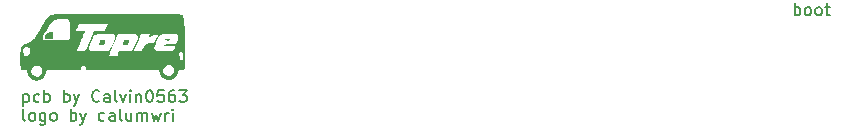
<source format=gbr>
%TF.GenerationSoftware,KiCad,Pcbnew,8.0.5*%
%TF.CreationDate,2024-10-29T17:29:43+01:00*%
%TF.ProjectId,plate campsite,706c6174-6520-4636-916d-70736974652e,rev?*%
%TF.SameCoordinates,Original*%
%TF.FileFunction,Legend,Top*%
%TF.FilePolarity,Positive*%
%FSLAX46Y46*%
G04 Gerber Fmt 4.6, Leading zero omitted, Abs format (unit mm)*
G04 Created by KiCad (PCBNEW 8.0.5) date 2024-10-29 17:29:43*
%MOMM*%
%LPD*%
G01*
G04 APERTURE LIST*
%ADD10C,0.150000*%
%ADD11C,0.200000*%
%ADD12C,0.000000*%
G04 APERTURE END LIST*
D10*
X181951488Y-84592319D02*
X181951488Y-83592319D01*
X181951488Y-83973271D02*
X182046726Y-83925652D01*
X182046726Y-83925652D02*
X182237202Y-83925652D01*
X182237202Y-83925652D02*
X182332440Y-83973271D01*
X182332440Y-83973271D02*
X182380059Y-84020890D01*
X182380059Y-84020890D02*
X182427678Y-84116128D01*
X182427678Y-84116128D02*
X182427678Y-84401842D01*
X182427678Y-84401842D02*
X182380059Y-84497080D01*
X182380059Y-84497080D02*
X182332440Y-84544700D01*
X182332440Y-84544700D02*
X182237202Y-84592319D01*
X182237202Y-84592319D02*
X182046726Y-84592319D01*
X182046726Y-84592319D02*
X181951488Y-84544700D01*
X182999107Y-84592319D02*
X182903869Y-84544700D01*
X182903869Y-84544700D02*
X182856250Y-84497080D01*
X182856250Y-84497080D02*
X182808631Y-84401842D01*
X182808631Y-84401842D02*
X182808631Y-84116128D01*
X182808631Y-84116128D02*
X182856250Y-84020890D01*
X182856250Y-84020890D02*
X182903869Y-83973271D01*
X182903869Y-83973271D02*
X182999107Y-83925652D01*
X182999107Y-83925652D02*
X183141964Y-83925652D01*
X183141964Y-83925652D02*
X183237202Y-83973271D01*
X183237202Y-83973271D02*
X183284821Y-84020890D01*
X183284821Y-84020890D02*
X183332440Y-84116128D01*
X183332440Y-84116128D02*
X183332440Y-84401842D01*
X183332440Y-84401842D02*
X183284821Y-84497080D01*
X183284821Y-84497080D02*
X183237202Y-84544700D01*
X183237202Y-84544700D02*
X183141964Y-84592319D01*
X183141964Y-84592319D02*
X182999107Y-84592319D01*
X183903869Y-84592319D02*
X183808631Y-84544700D01*
X183808631Y-84544700D02*
X183761012Y-84497080D01*
X183761012Y-84497080D02*
X183713393Y-84401842D01*
X183713393Y-84401842D02*
X183713393Y-84116128D01*
X183713393Y-84116128D02*
X183761012Y-84020890D01*
X183761012Y-84020890D02*
X183808631Y-83973271D01*
X183808631Y-83973271D02*
X183903869Y-83925652D01*
X183903869Y-83925652D02*
X184046726Y-83925652D01*
X184046726Y-83925652D02*
X184141964Y-83973271D01*
X184141964Y-83973271D02*
X184189583Y-84020890D01*
X184189583Y-84020890D02*
X184237202Y-84116128D01*
X184237202Y-84116128D02*
X184237202Y-84401842D01*
X184237202Y-84401842D02*
X184189583Y-84497080D01*
X184189583Y-84497080D02*
X184141964Y-84544700D01*
X184141964Y-84544700D02*
X184046726Y-84592319D01*
X184046726Y-84592319D02*
X183903869Y-84592319D01*
X184522917Y-83925652D02*
X184903869Y-83925652D01*
X184665774Y-83592319D02*
X184665774Y-84449461D01*
X184665774Y-84449461D02*
X184713393Y-84544700D01*
X184713393Y-84544700D02*
X184808631Y-84592319D01*
X184808631Y-84592319D02*
X184903869Y-84592319D01*
D11*
X116800030Y-93529719D02*
X116704792Y-93482100D01*
X116704792Y-93482100D02*
X116657173Y-93386861D01*
X116657173Y-93386861D02*
X116657173Y-92529719D01*
X117323840Y-93529719D02*
X117228602Y-93482100D01*
X117228602Y-93482100D02*
X117180983Y-93434480D01*
X117180983Y-93434480D02*
X117133364Y-93339242D01*
X117133364Y-93339242D02*
X117133364Y-93053528D01*
X117133364Y-93053528D02*
X117180983Y-92958290D01*
X117180983Y-92958290D02*
X117228602Y-92910671D01*
X117228602Y-92910671D02*
X117323840Y-92863052D01*
X117323840Y-92863052D02*
X117466697Y-92863052D01*
X117466697Y-92863052D02*
X117561935Y-92910671D01*
X117561935Y-92910671D02*
X117609554Y-92958290D01*
X117609554Y-92958290D02*
X117657173Y-93053528D01*
X117657173Y-93053528D02*
X117657173Y-93339242D01*
X117657173Y-93339242D02*
X117609554Y-93434480D01*
X117609554Y-93434480D02*
X117561935Y-93482100D01*
X117561935Y-93482100D02*
X117466697Y-93529719D01*
X117466697Y-93529719D02*
X117323840Y-93529719D01*
X118514316Y-92863052D02*
X118514316Y-93672576D01*
X118514316Y-93672576D02*
X118466697Y-93767814D01*
X118466697Y-93767814D02*
X118419078Y-93815433D01*
X118419078Y-93815433D02*
X118323840Y-93863052D01*
X118323840Y-93863052D02*
X118180983Y-93863052D01*
X118180983Y-93863052D02*
X118085745Y-93815433D01*
X118514316Y-93482100D02*
X118419078Y-93529719D01*
X118419078Y-93529719D02*
X118228602Y-93529719D01*
X118228602Y-93529719D02*
X118133364Y-93482100D01*
X118133364Y-93482100D02*
X118085745Y-93434480D01*
X118085745Y-93434480D02*
X118038126Y-93339242D01*
X118038126Y-93339242D02*
X118038126Y-93053528D01*
X118038126Y-93053528D02*
X118085745Y-92958290D01*
X118085745Y-92958290D02*
X118133364Y-92910671D01*
X118133364Y-92910671D02*
X118228602Y-92863052D01*
X118228602Y-92863052D02*
X118419078Y-92863052D01*
X118419078Y-92863052D02*
X118514316Y-92910671D01*
X119133364Y-93529719D02*
X119038126Y-93482100D01*
X119038126Y-93482100D02*
X118990507Y-93434480D01*
X118990507Y-93434480D02*
X118942888Y-93339242D01*
X118942888Y-93339242D02*
X118942888Y-93053528D01*
X118942888Y-93053528D02*
X118990507Y-92958290D01*
X118990507Y-92958290D02*
X119038126Y-92910671D01*
X119038126Y-92910671D02*
X119133364Y-92863052D01*
X119133364Y-92863052D02*
X119276221Y-92863052D01*
X119276221Y-92863052D02*
X119371459Y-92910671D01*
X119371459Y-92910671D02*
X119419078Y-92958290D01*
X119419078Y-92958290D02*
X119466697Y-93053528D01*
X119466697Y-93053528D02*
X119466697Y-93339242D01*
X119466697Y-93339242D02*
X119419078Y-93434480D01*
X119419078Y-93434480D02*
X119371459Y-93482100D01*
X119371459Y-93482100D02*
X119276221Y-93529719D01*
X119276221Y-93529719D02*
X119133364Y-93529719D01*
X120657174Y-93529719D02*
X120657174Y-92529719D01*
X120657174Y-92910671D02*
X120752412Y-92863052D01*
X120752412Y-92863052D02*
X120942888Y-92863052D01*
X120942888Y-92863052D02*
X121038126Y-92910671D01*
X121038126Y-92910671D02*
X121085745Y-92958290D01*
X121085745Y-92958290D02*
X121133364Y-93053528D01*
X121133364Y-93053528D02*
X121133364Y-93339242D01*
X121133364Y-93339242D02*
X121085745Y-93434480D01*
X121085745Y-93434480D02*
X121038126Y-93482100D01*
X121038126Y-93482100D02*
X120942888Y-93529719D01*
X120942888Y-93529719D02*
X120752412Y-93529719D01*
X120752412Y-93529719D02*
X120657174Y-93482100D01*
X121466698Y-92863052D02*
X121704793Y-93529719D01*
X121942888Y-92863052D02*
X121704793Y-93529719D01*
X121704793Y-93529719D02*
X121609555Y-93767814D01*
X121609555Y-93767814D02*
X121561936Y-93815433D01*
X121561936Y-93815433D02*
X121466698Y-93863052D01*
X123514317Y-93482100D02*
X123419079Y-93529719D01*
X123419079Y-93529719D02*
X123228603Y-93529719D01*
X123228603Y-93529719D02*
X123133365Y-93482100D01*
X123133365Y-93482100D02*
X123085746Y-93434480D01*
X123085746Y-93434480D02*
X123038127Y-93339242D01*
X123038127Y-93339242D02*
X123038127Y-93053528D01*
X123038127Y-93053528D02*
X123085746Y-92958290D01*
X123085746Y-92958290D02*
X123133365Y-92910671D01*
X123133365Y-92910671D02*
X123228603Y-92863052D01*
X123228603Y-92863052D02*
X123419079Y-92863052D01*
X123419079Y-92863052D02*
X123514317Y-92910671D01*
X124371460Y-93529719D02*
X124371460Y-93005909D01*
X124371460Y-93005909D02*
X124323841Y-92910671D01*
X124323841Y-92910671D02*
X124228603Y-92863052D01*
X124228603Y-92863052D02*
X124038127Y-92863052D01*
X124038127Y-92863052D02*
X123942889Y-92910671D01*
X124371460Y-93482100D02*
X124276222Y-93529719D01*
X124276222Y-93529719D02*
X124038127Y-93529719D01*
X124038127Y-93529719D02*
X123942889Y-93482100D01*
X123942889Y-93482100D02*
X123895270Y-93386861D01*
X123895270Y-93386861D02*
X123895270Y-93291623D01*
X123895270Y-93291623D02*
X123942889Y-93196385D01*
X123942889Y-93196385D02*
X124038127Y-93148766D01*
X124038127Y-93148766D02*
X124276222Y-93148766D01*
X124276222Y-93148766D02*
X124371460Y-93101147D01*
X124990508Y-93529719D02*
X124895270Y-93482100D01*
X124895270Y-93482100D02*
X124847651Y-93386861D01*
X124847651Y-93386861D02*
X124847651Y-92529719D01*
X125800032Y-92863052D02*
X125800032Y-93529719D01*
X125371461Y-92863052D02*
X125371461Y-93386861D01*
X125371461Y-93386861D02*
X125419080Y-93482100D01*
X125419080Y-93482100D02*
X125514318Y-93529719D01*
X125514318Y-93529719D02*
X125657175Y-93529719D01*
X125657175Y-93529719D02*
X125752413Y-93482100D01*
X125752413Y-93482100D02*
X125800032Y-93434480D01*
X126276223Y-93529719D02*
X126276223Y-92863052D01*
X126276223Y-92958290D02*
X126323842Y-92910671D01*
X126323842Y-92910671D02*
X126419080Y-92863052D01*
X126419080Y-92863052D02*
X126561937Y-92863052D01*
X126561937Y-92863052D02*
X126657175Y-92910671D01*
X126657175Y-92910671D02*
X126704794Y-93005909D01*
X126704794Y-93005909D02*
X126704794Y-93529719D01*
X126704794Y-93005909D02*
X126752413Y-92910671D01*
X126752413Y-92910671D02*
X126847651Y-92863052D01*
X126847651Y-92863052D02*
X126990508Y-92863052D01*
X126990508Y-92863052D02*
X127085747Y-92910671D01*
X127085747Y-92910671D02*
X127133366Y-93005909D01*
X127133366Y-93005909D02*
X127133366Y-93529719D01*
X127514318Y-92863052D02*
X127704794Y-93529719D01*
X127704794Y-93529719D02*
X127895270Y-93053528D01*
X127895270Y-93053528D02*
X128085746Y-93529719D01*
X128085746Y-93529719D02*
X128276222Y-92863052D01*
X128657175Y-93529719D02*
X128657175Y-92863052D01*
X128657175Y-93053528D02*
X128704794Y-92958290D01*
X128704794Y-92958290D02*
X128752413Y-92910671D01*
X128752413Y-92910671D02*
X128847651Y-92863052D01*
X128847651Y-92863052D02*
X128942889Y-92863052D01*
X129276223Y-93529719D02*
X129276223Y-92863052D01*
X129276223Y-92529719D02*
X129228604Y-92577338D01*
X129228604Y-92577338D02*
X129276223Y-92624957D01*
X129276223Y-92624957D02*
X129323842Y-92577338D01*
X129323842Y-92577338D02*
X129276223Y-92529719D01*
X129276223Y-92529719D02*
X129276223Y-92624957D01*
X116657173Y-91275552D02*
X116657173Y-92275552D01*
X116657173Y-91323171D02*
X116752411Y-91275552D01*
X116752411Y-91275552D02*
X116942887Y-91275552D01*
X116942887Y-91275552D02*
X117038125Y-91323171D01*
X117038125Y-91323171D02*
X117085744Y-91370790D01*
X117085744Y-91370790D02*
X117133363Y-91466028D01*
X117133363Y-91466028D02*
X117133363Y-91751742D01*
X117133363Y-91751742D02*
X117085744Y-91846980D01*
X117085744Y-91846980D02*
X117038125Y-91894600D01*
X117038125Y-91894600D02*
X116942887Y-91942219D01*
X116942887Y-91942219D02*
X116752411Y-91942219D01*
X116752411Y-91942219D02*
X116657173Y-91894600D01*
X117990506Y-91894600D02*
X117895268Y-91942219D01*
X117895268Y-91942219D02*
X117704792Y-91942219D01*
X117704792Y-91942219D02*
X117609554Y-91894600D01*
X117609554Y-91894600D02*
X117561935Y-91846980D01*
X117561935Y-91846980D02*
X117514316Y-91751742D01*
X117514316Y-91751742D02*
X117514316Y-91466028D01*
X117514316Y-91466028D02*
X117561935Y-91370790D01*
X117561935Y-91370790D02*
X117609554Y-91323171D01*
X117609554Y-91323171D02*
X117704792Y-91275552D01*
X117704792Y-91275552D02*
X117895268Y-91275552D01*
X117895268Y-91275552D02*
X117990506Y-91323171D01*
X118419078Y-91942219D02*
X118419078Y-90942219D01*
X118419078Y-91323171D02*
X118514316Y-91275552D01*
X118514316Y-91275552D02*
X118704792Y-91275552D01*
X118704792Y-91275552D02*
X118800030Y-91323171D01*
X118800030Y-91323171D02*
X118847649Y-91370790D01*
X118847649Y-91370790D02*
X118895268Y-91466028D01*
X118895268Y-91466028D02*
X118895268Y-91751742D01*
X118895268Y-91751742D02*
X118847649Y-91846980D01*
X118847649Y-91846980D02*
X118800030Y-91894600D01*
X118800030Y-91894600D02*
X118704792Y-91942219D01*
X118704792Y-91942219D02*
X118514316Y-91942219D01*
X118514316Y-91942219D02*
X118419078Y-91894600D01*
X120085745Y-91942219D02*
X120085745Y-90942219D01*
X120085745Y-91323171D02*
X120180983Y-91275552D01*
X120180983Y-91275552D02*
X120371459Y-91275552D01*
X120371459Y-91275552D02*
X120466697Y-91323171D01*
X120466697Y-91323171D02*
X120514316Y-91370790D01*
X120514316Y-91370790D02*
X120561935Y-91466028D01*
X120561935Y-91466028D02*
X120561935Y-91751742D01*
X120561935Y-91751742D02*
X120514316Y-91846980D01*
X120514316Y-91846980D02*
X120466697Y-91894600D01*
X120466697Y-91894600D02*
X120371459Y-91942219D01*
X120371459Y-91942219D02*
X120180983Y-91942219D01*
X120180983Y-91942219D02*
X120085745Y-91894600D01*
X120895269Y-91275552D02*
X121133364Y-91942219D01*
X121371459Y-91275552D02*
X121133364Y-91942219D01*
X121133364Y-91942219D02*
X121038126Y-92180314D01*
X121038126Y-92180314D02*
X120990507Y-92227933D01*
X120990507Y-92227933D02*
X120895269Y-92275552D01*
X123085745Y-91846980D02*
X123038126Y-91894600D01*
X123038126Y-91894600D02*
X122895269Y-91942219D01*
X122895269Y-91942219D02*
X122800031Y-91942219D01*
X122800031Y-91942219D02*
X122657174Y-91894600D01*
X122657174Y-91894600D02*
X122561936Y-91799361D01*
X122561936Y-91799361D02*
X122514317Y-91704123D01*
X122514317Y-91704123D02*
X122466698Y-91513647D01*
X122466698Y-91513647D02*
X122466698Y-91370790D01*
X122466698Y-91370790D02*
X122514317Y-91180314D01*
X122514317Y-91180314D02*
X122561936Y-91085076D01*
X122561936Y-91085076D02*
X122657174Y-90989838D01*
X122657174Y-90989838D02*
X122800031Y-90942219D01*
X122800031Y-90942219D02*
X122895269Y-90942219D01*
X122895269Y-90942219D02*
X123038126Y-90989838D01*
X123038126Y-90989838D02*
X123085745Y-91037457D01*
X123942888Y-91942219D02*
X123942888Y-91418409D01*
X123942888Y-91418409D02*
X123895269Y-91323171D01*
X123895269Y-91323171D02*
X123800031Y-91275552D01*
X123800031Y-91275552D02*
X123609555Y-91275552D01*
X123609555Y-91275552D02*
X123514317Y-91323171D01*
X123942888Y-91894600D02*
X123847650Y-91942219D01*
X123847650Y-91942219D02*
X123609555Y-91942219D01*
X123609555Y-91942219D02*
X123514317Y-91894600D01*
X123514317Y-91894600D02*
X123466698Y-91799361D01*
X123466698Y-91799361D02*
X123466698Y-91704123D01*
X123466698Y-91704123D02*
X123514317Y-91608885D01*
X123514317Y-91608885D02*
X123609555Y-91561266D01*
X123609555Y-91561266D02*
X123847650Y-91561266D01*
X123847650Y-91561266D02*
X123942888Y-91513647D01*
X124561936Y-91942219D02*
X124466698Y-91894600D01*
X124466698Y-91894600D02*
X124419079Y-91799361D01*
X124419079Y-91799361D02*
X124419079Y-90942219D01*
X124847651Y-91275552D02*
X125085746Y-91942219D01*
X125085746Y-91942219D02*
X125323841Y-91275552D01*
X125704794Y-91942219D02*
X125704794Y-91275552D01*
X125704794Y-90942219D02*
X125657175Y-90989838D01*
X125657175Y-90989838D02*
X125704794Y-91037457D01*
X125704794Y-91037457D02*
X125752413Y-90989838D01*
X125752413Y-90989838D02*
X125704794Y-90942219D01*
X125704794Y-90942219D02*
X125704794Y-91037457D01*
X126180984Y-91275552D02*
X126180984Y-91942219D01*
X126180984Y-91370790D02*
X126228603Y-91323171D01*
X126228603Y-91323171D02*
X126323841Y-91275552D01*
X126323841Y-91275552D02*
X126466698Y-91275552D01*
X126466698Y-91275552D02*
X126561936Y-91323171D01*
X126561936Y-91323171D02*
X126609555Y-91418409D01*
X126609555Y-91418409D02*
X126609555Y-91942219D01*
X127276222Y-90942219D02*
X127371460Y-90942219D01*
X127371460Y-90942219D02*
X127466698Y-90989838D01*
X127466698Y-90989838D02*
X127514317Y-91037457D01*
X127514317Y-91037457D02*
X127561936Y-91132695D01*
X127561936Y-91132695D02*
X127609555Y-91323171D01*
X127609555Y-91323171D02*
X127609555Y-91561266D01*
X127609555Y-91561266D02*
X127561936Y-91751742D01*
X127561936Y-91751742D02*
X127514317Y-91846980D01*
X127514317Y-91846980D02*
X127466698Y-91894600D01*
X127466698Y-91894600D02*
X127371460Y-91942219D01*
X127371460Y-91942219D02*
X127276222Y-91942219D01*
X127276222Y-91942219D02*
X127180984Y-91894600D01*
X127180984Y-91894600D02*
X127133365Y-91846980D01*
X127133365Y-91846980D02*
X127085746Y-91751742D01*
X127085746Y-91751742D02*
X127038127Y-91561266D01*
X127038127Y-91561266D02*
X127038127Y-91323171D01*
X127038127Y-91323171D02*
X127085746Y-91132695D01*
X127085746Y-91132695D02*
X127133365Y-91037457D01*
X127133365Y-91037457D02*
X127180984Y-90989838D01*
X127180984Y-90989838D02*
X127276222Y-90942219D01*
X128514317Y-90942219D02*
X128038127Y-90942219D01*
X128038127Y-90942219D02*
X127990508Y-91418409D01*
X127990508Y-91418409D02*
X128038127Y-91370790D01*
X128038127Y-91370790D02*
X128133365Y-91323171D01*
X128133365Y-91323171D02*
X128371460Y-91323171D01*
X128371460Y-91323171D02*
X128466698Y-91370790D01*
X128466698Y-91370790D02*
X128514317Y-91418409D01*
X128514317Y-91418409D02*
X128561936Y-91513647D01*
X128561936Y-91513647D02*
X128561936Y-91751742D01*
X128561936Y-91751742D02*
X128514317Y-91846980D01*
X128514317Y-91846980D02*
X128466698Y-91894600D01*
X128466698Y-91894600D02*
X128371460Y-91942219D01*
X128371460Y-91942219D02*
X128133365Y-91942219D01*
X128133365Y-91942219D02*
X128038127Y-91894600D01*
X128038127Y-91894600D02*
X127990508Y-91846980D01*
X129419079Y-90942219D02*
X129228603Y-90942219D01*
X129228603Y-90942219D02*
X129133365Y-90989838D01*
X129133365Y-90989838D02*
X129085746Y-91037457D01*
X129085746Y-91037457D02*
X128990508Y-91180314D01*
X128990508Y-91180314D02*
X128942889Y-91370790D01*
X128942889Y-91370790D02*
X128942889Y-91751742D01*
X128942889Y-91751742D02*
X128990508Y-91846980D01*
X128990508Y-91846980D02*
X129038127Y-91894600D01*
X129038127Y-91894600D02*
X129133365Y-91942219D01*
X129133365Y-91942219D02*
X129323841Y-91942219D01*
X129323841Y-91942219D02*
X129419079Y-91894600D01*
X129419079Y-91894600D02*
X129466698Y-91846980D01*
X129466698Y-91846980D02*
X129514317Y-91751742D01*
X129514317Y-91751742D02*
X129514317Y-91513647D01*
X129514317Y-91513647D02*
X129466698Y-91418409D01*
X129466698Y-91418409D02*
X129419079Y-91370790D01*
X129419079Y-91370790D02*
X129323841Y-91323171D01*
X129323841Y-91323171D02*
X129133365Y-91323171D01*
X129133365Y-91323171D02*
X129038127Y-91370790D01*
X129038127Y-91370790D02*
X128990508Y-91418409D01*
X128990508Y-91418409D02*
X128942889Y-91513647D01*
X129847651Y-90942219D02*
X130466698Y-90942219D01*
X130466698Y-90942219D02*
X130133365Y-91323171D01*
X130133365Y-91323171D02*
X130276222Y-91323171D01*
X130276222Y-91323171D02*
X130371460Y-91370790D01*
X130371460Y-91370790D02*
X130419079Y-91418409D01*
X130419079Y-91418409D02*
X130466698Y-91513647D01*
X130466698Y-91513647D02*
X130466698Y-91751742D01*
X130466698Y-91751742D02*
X130419079Y-91846980D01*
X130419079Y-91846980D02*
X130371460Y-91894600D01*
X130371460Y-91894600D02*
X130276222Y-91942219D01*
X130276222Y-91942219D02*
X129990508Y-91942219D01*
X129990508Y-91942219D02*
X129895270Y-91894600D01*
X129895270Y-91894600D02*
X129847651Y-91846980D01*
D12*
%TO.C,G\u002A\u002A\u002A*%
G36*
X129010346Y-86601923D02*
G01*
X129083287Y-86625713D01*
X129097600Y-86660093D01*
X129055223Y-86696145D01*
X128968897Y-86723325D01*
X128859610Y-86734523D01*
X128754723Y-86729749D01*
X128681596Y-86709015D01*
X128667200Y-86695989D01*
X128667838Y-86647004D01*
X128730132Y-86611474D01*
X128844219Y-86594043D01*
X128885860Y-86593036D01*
X129010346Y-86601923D01*
G37*
G36*
X119132694Y-86294698D02*
G01*
X119122172Y-86573918D01*
X118791754Y-86584240D01*
X118635011Y-86587845D01*
X118535628Y-86585084D01*
X118479012Y-86573426D01*
X118450569Y-86550340D01*
X118438621Y-86522991D01*
X118440881Y-86430309D01*
X118486839Y-86317594D01*
X118564833Y-86210936D01*
X118588383Y-86187902D01*
X118708944Y-86108648D01*
X118861919Y-86046466D01*
X119008715Y-86016341D01*
X119032459Y-86015478D01*
X119143217Y-86015478D01*
X119132694Y-86294698D01*
G37*
G36*
X123538410Y-86671616D02*
G01*
X123589026Y-86698944D01*
X123587816Y-86749039D01*
X123561700Y-86840675D01*
X123532673Y-86915115D01*
X123454717Y-87096329D01*
X123242983Y-87096329D01*
X123117827Y-87091753D01*
X123051513Y-87075921D01*
X123031281Y-87045680D01*
X123031250Y-87043982D01*
X123050356Y-86954861D01*
X123097549Y-86842841D01*
X123157642Y-86742639D01*
X123169899Y-86727039D01*
X123232651Y-86691217D01*
X123332915Y-86668837D01*
X123443799Y-86661703D01*
X123538410Y-86671616D01*
G37*
G36*
X125555999Y-86671616D02*
G01*
X125606615Y-86698944D01*
X125605404Y-86749039D01*
X125579288Y-86840675D01*
X125550262Y-86915115D01*
X125472305Y-87096329D01*
X125260572Y-87096329D01*
X125135416Y-87091753D01*
X125069101Y-87075921D01*
X125048870Y-87045680D01*
X125048838Y-87043982D01*
X125067944Y-86954861D01*
X125115137Y-86842841D01*
X125175231Y-86742639D01*
X125187488Y-86727039D01*
X125250240Y-86691217D01*
X125350504Y-86668837D01*
X125461388Y-86661703D01*
X125555999Y-86671616D01*
G37*
G36*
X126004458Y-84503003D02*
G01*
X126603400Y-84503137D01*
X127140540Y-84503439D01*
X127619293Y-84503950D01*
X128043078Y-84504711D01*
X128415313Y-84505762D01*
X128739415Y-84507143D01*
X129018803Y-84508895D01*
X129256893Y-84511058D01*
X129457104Y-84513673D01*
X129622853Y-84516781D01*
X129757558Y-84520422D01*
X129864637Y-84524636D01*
X129947508Y-84529465D01*
X130009588Y-84534948D01*
X130054294Y-84541125D01*
X130085046Y-84548039D01*
X130105260Y-84555728D01*
X130118354Y-84564234D01*
X130122945Y-84568450D01*
X130162951Y-84632395D01*
X130198851Y-84741955D01*
X130230897Y-84900143D01*
X130259339Y-85109973D01*
X130284430Y-85374460D01*
X130306421Y-85696617D01*
X130325563Y-86079460D01*
X130342108Y-86526002D01*
X130356308Y-87039257D01*
X130365736Y-87478448D01*
X130370863Y-87785316D01*
X130374237Y-88075816D01*
X130375860Y-88340484D01*
X130375732Y-88569856D01*
X130373854Y-88754466D01*
X130370228Y-88884850D01*
X130365581Y-88947287D01*
X130330622Y-89075779D01*
X130263185Y-89162081D01*
X130150704Y-89215714D01*
X129980616Y-89246196D01*
X129969501Y-89247373D01*
X129847694Y-89265504D01*
X129784977Y-89291140D01*
X129768354Y-89326122D01*
X129733804Y-89520582D01*
X129640062Y-89701555D01*
X129499932Y-89858465D01*
X129326219Y-89980738D01*
X129131728Y-90057800D01*
X128929265Y-90079076D01*
X128864716Y-90072348D01*
X128626124Y-90002767D01*
X128434114Y-89878278D01*
X128289702Y-89699794D01*
X128194492Y-89470342D01*
X128135464Y-89258032D01*
X125064470Y-89258032D01*
X121993476Y-89258032D01*
X121990085Y-89248304D01*
X128492709Y-89248304D01*
X128511559Y-89412482D01*
X128575881Y-89541206D01*
X128706314Y-89672508D01*
X128859910Y-89743251D01*
X129023548Y-89750207D01*
X129183423Y-89690567D01*
X129325526Y-89569463D01*
X129412016Y-89420715D01*
X129438156Y-89258271D01*
X129399213Y-89096075D01*
X129390977Y-89079282D01*
X129281296Y-88933222D01*
X129138304Y-88839370D01*
X128976958Y-88803472D01*
X128812214Y-88831272D01*
X128780568Y-88844795D01*
X128631629Y-88949437D01*
X128534204Y-89088948D01*
X128492709Y-89248304D01*
X121990085Y-89248304D01*
X121953923Y-89144570D01*
X121925900Y-89043860D01*
X121914370Y-88962454D01*
X121904815Y-88921213D01*
X121864172Y-88903396D01*
X121774480Y-88902949D01*
X121743236Y-88904781D01*
X121639713Y-88914459D01*
X121587749Y-88936210D01*
X121566918Y-88985313D01*
X121560150Y-89041717D01*
X121541777Y-89140141D01*
X121513220Y-89209573D01*
X121510703Y-89212851D01*
X121484504Y-89224811D01*
X121424018Y-89234634D01*
X121323841Y-89242487D01*
X121178569Y-89248537D01*
X120982796Y-89252950D01*
X120731118Y-89255892D01*
X120418131Y-89257531D01*
X120043692Y-89258032D01*
X118614177Y-89258032D01*
X118570844Y-89467829D01*
X118493597Y-89684678D01*
X118365891Y-89864849D01*
X118199310Y-90002225D01*
X118005437Y-90090689D01*
X117795858Y-90124123D01*
X117582155Y-90096411D01*
X117464867Y-90051841D01*
X117361439Y-89997767D01*
X117278822Y-89947194D01*
X117262331Y-89934952D01*
X117153315Y-89813506D01*
X117060563Y-89652044D01*
X117001330Y-89482600D01*
X116992570Y-89434197D01*
X116972548Y-89283262D01*
X117309759Y-89283262D01*
X117318305Y-89424184D01*
X117365789Y-89538501D01*
X117482025Y-89683843D01*
X117639095Y-89772308D01*
X117802368Y-89798220D01*
X117907045Y-89790054D01*
X117988394Y-89755678D01*
X118077091Y-89680845D01*
X118096613Y-89661571D01*
X118216296Y-89506661D01*
X118264651Y-89350955D01*
X118242368Y-89191261D01*
X118212824Y-89123601D01*
X118104057Y-88980432D01*
X117964241Y-88891253D01*
X117808215Y-88855994D01*
X117650814Y-88874584D01*
X117506877Y-88946952D01*
X117391241Y-89073027D01*
X117361223Y-89127661D01*
X117309759Y-89283262D01*
X116972548Y-89283262D01*
X116969201Y-89258032D01*
X116791332Y-89258032D01*
X116636764Y-89247354D01*
X116534538Y-89208631D01*
X116467225Y-89131832D01*
X116431936Y-89051145D01*
X116413596Y-88959464D01*
X116399819Y-88810252D01*
X116390755Y-88617902D01*
X116386553Y-88396804D01*
X116387365Y-88161350D01*
X116389706Y-88069095D01*
X123861962Y-88069095D01*
X124216296Y-88069095D01*
X124570629Y-88069095D01*
X124638560Y-87917726D01*
X129860538Y-87917726D01*
X129860962Y-87980402D01*
X129871126Y-88168039D01*
X129900211Y-88293150D01*
X129952290Y-88363722D01*
X130031440Y-88387740D01*
X130068182Y-88386448D01*
X130182881Y-88375337D01*
X130182881Y-88055008D01*
X130177449Y-87872118D01*
X130157797Y-87752549D01*
X130118891Y-87688154D01*
X130055700Y-87670783D01*
X129963189Y-87692289D01*
X129959605Y-87693558D01*
X129906676Y-87716291D01*
X129876678Y-87749146D01*
X129863376Y-87810250D01*
X129860538Y-87917726D01*
X124638560Y-87917726D01*
X124667641Y-87852925D01*
X124764652Y-87636755D01*
X125167951Y-87636554D01*
X125408199Y-87632065D01*
X125589655Y-87616934D01*
X125686076Y-87596526D01*
X126027466Y-87596526D01*
X126041925Y-87618507D01*
X126088901Y-87630557D01*
X126181071Y-87635647D01*
X126331115Y-87636750D01*
X126353290Y-87636755D01*
X126693380Y-87636755D01*
X126812471Y-87382930D01*
X126829873Y-87350571D01*
X127738957Y-87350571D01*
X127769963Y-87472722D01*
X127850420Y-87568862D01*
X127943877Y-87612214D01*
X128003927Y-87616991D01*
X128122775Y-87620660D01*
X128287172Y-87623020D01*
X128483865Y-87623869D01*
X128669240Y-87623234D01*
X129317302Y-87618741D01*
X129396688Y-87456613D01*
X129448917Y-87347781D01*
X129476526Y-87270494D01*
X129471582Y-87219358D01*
X129426149Y-87188976D01*
X129332294Y-87173951D01*
X129182083Y-87168886D01*
X128972928Y-87168386D01*
X128763581Y-87166899D01*
X128618057Y-87161940D01*
X128528174Y-87152759D01*
X128485749Y-87138610D01*
X128480433Y-87123351D01*
X128515097Y-87101577D01*
X128606553Y-87084151D01*
X128759999Y-87070392D01*
X128962652Y-87060301D01*
X129187310Y-87048870D01*
X129352848Y-87030848D01*
X129472194Y-87000741D01*
X129558275Y-86953057D01*
X129624021Y-86882305D01*
X129682359Y-86782991D01*
X129700293Y-86746921D01*
X129767498Y-86564385D01*
X129783162Y-86406034D01*
X129747278Y-86281914D01*
X129700695Y-86227802D01*
X129662043Y-86202099D01*
X129611742Y-86183727D01*
X129537990Y-86171488D01*
X129428986Y-86164185D01*
X129272927Y-86160622D01*
X129058011Y-86159601D01*
X129028327Y-86159592D01*
X128784282Y-86160851D01*
X128600437Y-86166066D01*
X128464959Y-86177390D01*
X128366013Y-86196976D01*
X128291765Y-86226980D01*
X128230381Y-86269555D01*
X128183292Y-86313404D01*
X128130661Y-86386888D01*
X128062709Y-86510801D01*
X127986703Y-86668182D01*
X127909910Y-86842068D01*
X127839595Y-87015499D01*
X127783026Y-87171513D01*
X127747470Y-87293149D01*
X127738957Y-87350571D01*
X126829873Y-87350571D01*
X126892669Y-87233806D01*
X126981784Y-87123790D01*
X127094641Y-87043026D01*
X127246067Y-86981656D01*
X127450889Y-86929826D01*
X127513416Y-86916956D01*
X127798277Y-86860116D01*
X127918735Y-86573733D01*
X127973296Y-86440841D01*
X128014971Y-86333289D01*
X128037205Y-86268245D01*
X128039193Y-86258258D01*
X128007576Y-86242137D01*
X127924143Y-86244063D01*
X127806019Y-86261128D01*
X127670329Y-86290423D01*
X127534200Y-86329037D01*
X127453732Y-86357702D01*
X127331983Y-86401605D01*
X127267867Y-86409710D01*
X127254190Y-86377677D01*
X127283759Y-86301166D01*
X127301537Y-86265888D01*
X127356504Y-86159592D01*
X126986288Y-86160267D01*
X126616072Y-86160942D01*
X126334279Y-86823734D01*
X126246678Y-87031183D01*
X126168162Y-87219777D01*
X126103412Y-87378058D01*
X126057108Y-87494569D01*
X126033932Y-87557850D01*
X126032843Y-87561641D01*
X126027466Y-87596526D01*
X125686076Y-87596526D01*
X125725168Y-87588252D01*
X125827587Y-87543113D01*
X125909760Y-87478608D01*
X125922315Y-87465848D01*
X125974094Y-87392525D01*
X126041923Y-87270108D01*
X126118582Y-87114946D01*
X126196855Y-86943388D01*
X126269522Y-86771782D01*
X126329365Y-86616475D01*
X126369167Y-86493816D01*
X126381888Y-86424972D01*
X126357051Y-86338993D01*
X126296859Y-86251523D01*
X126292736Y-86247306D01*
X126203583Y-86158153D01*
X125438897Y-86167880D01*
X124674212Y-86177606D01*
X124357171Y-86916188D01*
X124258787Y-87145366D01*
X124164306Y-87365425D01*
X124079409Y-87563129D01*
X124009781Y-87725243D01*
X123961105Y-87838534D01*
X123951046Y-87861932D01*
X123861962Y-88069095D01*
X116389706Y-88069095D01*
X116393338Y-87925931D01*
X116404623Y-87704939D01*
X116412521Y-87607768D01*
X116648478Y-87607768D01*
X116649846Y-87747424D01*
X116662064Y-87877867D01*
X116684957Y-87979012D01*
X116717278Y-88030181D01*
X116843351Y-88065916D01*
X116972812Y-88030776D01*
X117028387Y-87993858D01*
X117114788Y-87906592D01*
X117177360Y-87815505D01*
X117212413Y-87709856D01*
X117228284Y-87582864D01*
X117224378Y-87461609D01*
X117200101Y-87373171D01*
X117187448Y-87355734D01*
X117128561Y-87332216D01*
X117024456Y-87317380D01*
X116901581Y-87312410D01*
X116786383Y-87318494D01*
X116711218Y-87334368D01*
X116678988Y-87381156D01*
X116658133Y-87478984D01*
X116648478Y-87607768D01*
X116412521Y-87607768D01*
X116416421Y-87559778D01*
X116439044Y-87403068D01*
X116478899Y-87280576D01*
X116546245Y-87181343D01*
X116651346Y-87094411D01*
X116804463Y-87008823D01*
X117015858Y-86913620D01*
X117025229Y-86909644D01*
X117220165Y-86820929D01*
X117380876Y-86730246D01*
X117517564Y-86626973D01*
X117557559Y-86585800D01*
X118282955Y-86585800D01*
X118318790Y-86647217D01*
X118338555Y-86661103D01*
X118394204Y-86672957D01*
X118509387Y-86682680D01*
X118673031Y-86690294D01*
X118874064Y-86695822D01*
X119101417Y-86699285D01*
X119344016Y-86700704D01*
X119590790Y-86700102D01*
X119830668Y-86697500D01*
X120052579Y-86692920D01*
X120245449Y-86686383D01*
X120398209Y-86677912D01*
X120499787Y-86667528D01*
X120538087Y-86656783D01*
X120553084Y-86606462D01*
X120565129Y-86497045D01*
X120574223Y-86341432D01*
X120580365Y-86152523D01*
X120583556Y-85943217D01*
X120583635Y-85871961D01*
X121121746Y-85871961D01*
X121155926Y-85887763D01*
X121251198Y-85899519D01*
X121396661Y-85906220D01*
X121503899Y-85907393D01*
X121680635Y-85909435D01*
X121794319Y-85916298D01*
X121853857Y-85929085D01*
X121868156Y-85948903D01*
X121867001Y-85952429D01*
X121847608Y-85996975D01*
X121803456Y-86097704D01*
X121738831Y-86244855D01*
X121658023Y-86428668D01*
X121565320Y-86639384D01*
X121502863Y-86781273D01*
X121405845Y-87003082D01*
X121319373Y-87203561D01*
X121247484Y-87373120D01*
X121194216Y-87502166D01*
X121163608Y-87581110D01*
X121157775Y-87600918D01*
X121192030Y-87617292D01*
X121287863Y-87629259D01*
X121434877Y-87635816D01*
X121529391Y-87636755D01*
X121901007Y-87636755D01*
X122014693Y-87375240D01*
X122204290Y-87375240D01*
X122222318Y-87468685D01*
X122276326Y-87536875D01*
X122361110Y-87586788D01*
X122423886Y-87605972D01*
X122519040Y-87619195D01*
X122656192Y-87626974D01*
X122844963Y-87629821D01*
X123094971Y-87628253D01*
X123127789Y-87627817D01*
X123363799Y-87623886D01*
X123539112Y-87618761D01*
X123665089Y-87611209D01*
X123753089Y-87600001D01*
X123814474Y-87583907D01*
X123860604Y-87561694D01*
X123884385Y-87545854D01*
X123946491Y-87478568D01*
X124026262Y-87359554D01*
X124115485Y-87204330D01*
X124205947Y-87028416D01*
X124289434Y-86847332D01*
X124357732Y-86676598D01*
X124381634Y-86606296D01*
X124414455Y-86437399D01*
X124391142Y-86310841D01*
X124310505Y-86222347D01*
X124268560Y-86199593D01*
X124196908Y-86184272D01*
X124061227Y-86172291D01*
X123869483Y-86164080D01*
X123629646Y-86160063D01*
X123524945Y-86159727D01*
X123254395Y-86160446D01*
X123044597Y-86166974D01*
X122884250Y-86186054D01*
X122762057Y-86224428D01*
X122666718Y-86288839D01*
X122586932Y-86386031D01*
X122511402Y-86522745D01*
X122428828Y-86705726D01*
X122366800Y-86850850D01*
X122276460Y-87075575D01*
X122222314Y-87247288D01*
X122204290Y-87375240D01*
X122014693Y-87375240D01*
X122276461Y-86773087D01*
X122651915Y-85909419D01*
X123096156Y-85899399D01*
X123540398Y-85889379D01*
X123664122Y-85608697D01*
X123720275Y-85479493D01*
X123763119Y-85377457D01*
X123785874Y-85318877D01*
X123787845Y-85311463D01*
X123753211Y-85307518D01*
X123654881Y-85303910D01*
X123501217Y-85300754D01*
X123300579Y-85298165D01*
X123061330Y-85296258D01*
X122791830Y-85295150D01*
X122588796Y-85294911D01*
X121389746Y-85294911D01*
X121255746Y-85565720D01*
X121194168Y-85694156D01*
X121147513Y-85799060D01*
X121123434Y-85862943D01*
X121121746Y-85871961D01*
X120583635Y-85871961D01*
X120583796Y-85726416D01*
X120581083Y-85515018D01*
X120575420Y-85321925D01*
X120566804Y-85160036D01*
X120555237Y-85042251D01*
X120540719Y-84981470D01*
X120538087Y-84977861D01*
X120485088Y-84960455D01*
X120375528Y-84947456D01*
X120224769Y-84938900D01*
X120048172Y-84934827D01*
X119861101Y-84935274D01*
X119678917Y-84940279D01*
X119516983Y-84949879D01*
X119390662Y-84964114D01*
X119338342Y-84974898D01*
X119217052Y-85032246D01*
X119086934Y-85141391D01*
X118945410Y-85305698D01*
X118789903Y-85528536D01*
X118617834Y-85813269D01*
X118426625Y-86163266D01*
X118422926Y-86170311D01*
X118333680Y-86355159D01*
X118287471Y-86491051D01*
X118282955Y-86585800D01*
X117557559Y-86585800D01*
X117640429Y-86500490D01*
X117759674Y-86340177D01*
X117885500Y-86135413D01*
X118028110Y-85875578D01*
X118039885Y-85853351D01*
X118211728Y-85534503D01*
X118360014Y-85274510D01*
X118490129Y-85066243D01*
X118607465Y-84902569D01*
X118717410Y-84776358D01*
X118825352Y-84680479D01*
X118936682Y-84607801D01*
X119008269Y-84571945D01*
X119030301Y-84562790D01*
X119056436Y-84554493D01*
X119090147Y-84547012D01*
X119134910Y-84540302D01*
X119194197Y-84534323D01*
X119271485Y-84529031D01*
X119370246Y-84524382D01*
X119493956Y-84520336D01*
X119646088Y-84516848D01*
X119830117Y-84513876D01*
X120049517Y-84511378D01*
X120307763Y-84509311D01*
X120608328Y-84507631D01*
X120954688Y-84506296D01*
X121350316Y-84505264D01*
X121798687Y-84504492D01*
X122303274Y-84503937D01*
X122867553Y-84503556D01*
X123494998Y-84503306D01*
X124189082Y-84503145D01*
X124607491Y-84503078D01*
X125340294Y-84502997D01*
X126004458Y-84503003D01*
G37*
%TD*%
M02*

</source>
